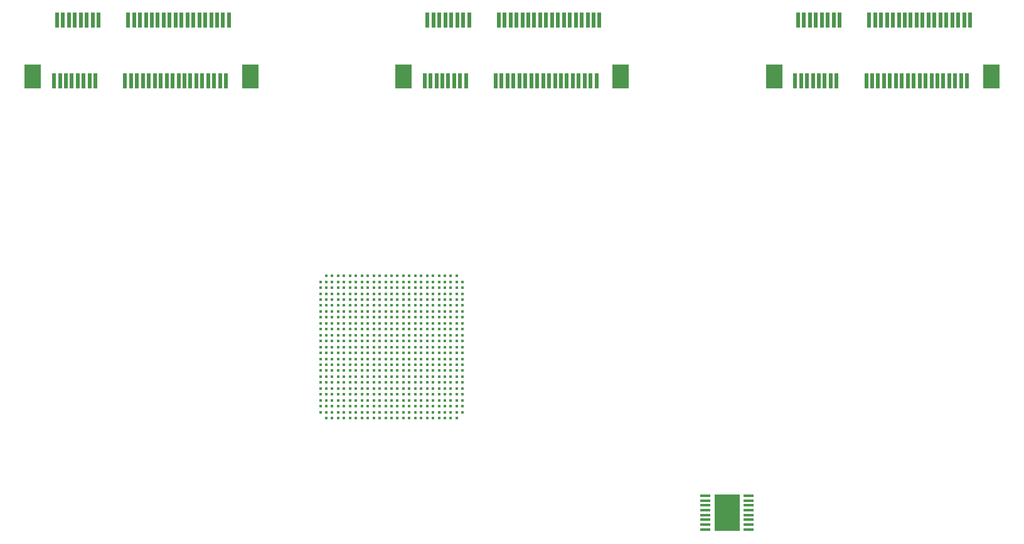
<source format=gbr>
%TF.GenerationSoftware,KiCad,Pcbnew,5.1.6-c6e7f7d~86~ubuntu18.04.1*%
%TF.CreationDate,2020-06-01T18:26:28-05:00*%
%TF.ProjectId,AP2100,41503231-3030-42e6-9b69-6361645f7063,rev?*%
%TF.SameCoordinates,Original*%
%TF.FileFunction,Paste,Top*%
%TF.FilePolarity,Positive*%
%FSLAX46Y46*%
G04 Gerber Fmt 4.6, Leading zero omitted, Abs format (unit mm)*
G04 Created by KiCad (PCBNEW 5.1.6-c6e7f7d~86~ubuntu18.04.1) date 2020-06-01 18:26:28*
%MOMM*%
%LPD*%
G01*
G04 APERTURE LIST*
%ADD10C,0.152400*%
%ADD11R,2.300000X3.200000*%
%ADD12R,0.600000X2.000000*%
%ADD13C,0.410000*%
%ADD14R,1.400000X0.449999*%
%ADD15R,3.400001X5.000000*%
G04 APERTURE END LIST*
D10*
%TO.C,U1*%
X102770000Y-124125800D02*
X102770000Y-120674200D01*
X102770000Y-120674200D02*
X102770945Y-120664601D01*
X102770945Y-120664601D02*
X102773744Y-120655371D01*
X102773744Y-120655371D02*
X102778290Y-120646867D01*
X102778290Y-120646867D02*
X102784409Y-120639409D01*
X102784409Y-120639409D02*
X102791867Y-120633290D01*
X102791867Y-120633290D02*
X102800371Y-120628744D01*
X102800371Y-120628744D02*
X102809601Y-120625945D01*
X102809601Y-120625945D02*
X102819200Y-120625000D01*
X102819200Y-120625000D02*
X105180800Y-120625000D01*
X105180800Y-120625000D02*
X105190399Y-120625945D01*
X105190399Y-120625945D02*
X105199629Y-120628744D01*
X105199629Y-120628744D02*
X105208133Y-120633290D01*
X105208133Y-120633290D02*
X105215591Y-120639409D01*
X105215591Y-120639409D02*
X105221710Y-120646867D01*
X105221710Y-120646867D02*
X105226256Y-120655371D01*
X105226256Y-120655371D02*
X105229055Y-120664601D01*
X105229055Y-120664601D02*
X105230000Y-120674200D01*
X105230000Y-120674200D02*
X105230000Y-124125800D01*
X105230000Y-124125800D02*
X105229055Y-124135399D01*
X105229055Y-124135399D02*
X105226256Y-124144629D01*
X105226256Y-124144629D02*
X105221710Y-124153133D01*
X105221710Y-124153133D02*
X105215591Y-124160591D01*
X105215591Y-124160591D02*
X105208133Y-124166710D01*
X105208133Y-124166710D02*
X105199629Y-124171256D01*
X105199629Y-124171256D02*
X105190399Y-124174055D01*
X105190399Y-124174055D02*
X105180800Y-124175000D01*
X105180800Y-124175000D02*
X102819200Y-124175000D01*
X102819200Y-124175000D02*
X102809601Y-124174055D01*
X102809601Y-124174055D02*
X102800371Y-124171256D01*
X102800371Y-124171256D02*
X102791867Y-124166710D01*
X102791867Y-124166710D02*
X102784409Y-124160591D01*
X102784409Y-124160591D02*
X102778290Y-124153133D01*
X102778290Y-124153133D02*
X102773744Y-124144629D01*
X102773744Y-124144629D02*
X102770945Y-124135399D01*
X102770945Y-124135399D02*
X102770000Y-124125800D01*
%TD*%
D11*
%TO.C,J3*%
X110350000Y-63500000D03*
X139650000Y-63500000D03*
D12*
X113200000Y-64100000D03*
X113600000Y-55900000D03*
X114000000Y-64100000D03*
X114400000Y-55900000D03*
X114800000Y-64100000D03*
X115200000Y-55900000D03*
X115600000Y-64100000D03*
X116000000Y-55900000D03*
X116400000Y-64100000D03*
X116800000Y-55900000D03*
X117200000Y-64100000D03*
X117600000Y-55900000D03*
X118000000Y-64100000D03*
X118400000Y-55900000D03*
X118800000Y-64100000D03*
X119200000Y-55900000D03*
X122800000Y-64100000D03*
X123200000Y-55900000D03*
X123600000Y-64100000D03*
X124000000Y-55900000D03*
X124400000Y-64100000D03*
X124800000Y-55900000D03*
X125200000Y-64100000D03*
X125600000Y-55900000D03*
X126000000Y-64100000D03*
X126400000Y-55900000D03*
X126800000Y-64100000D03*
X127200000Y-55900000D03*
X127600000Y-64100000D03*
X128000000Y-55900000D03*
X128400000Y-64100000D03*
X128800000Y-55900000D03*
X129200000Y-64100000D03*
X129600000Y-55900000D03*
X130000000Y-64100000D03*
X130400000Y-55900000D03*
X130800000Y-64100000D03*
X131200000Y-55900000D03*
X131600000Y-64100000D03*
X132000000Y-55900000D03*
X132400000Y-64100000D03*
X132800000Y-55900000D03*
X133200000Y-64100000D03*
X133600000Y-55900000D03*
X134000000Y-64100000D03*
X134400000Y-55900000D03*
X134800000Y-64100000D03*
X135200000Y-55900000D03*
X135600000Y-64100000D03*
X136000000Y-55900000D03*
X136400000Y-64100000D03*
X136800000Y-55900000D03*
%TD*%
D11*
%TO.C,J2*%
X60350000Y-63500000D03*
X89650000Y-63500000D03*
D12*
X63200000Y-64100000D03*
X63600000Y-55900000D03*
X64000000Y-64100000D03*
X64400000Y-55900000D03*
X64800000Y-64100000D03*
X65200000Y-55900000D03*
X65600000Y-64100000D03*
X66000000Y-55900000D03*
X66400000Y-64100000D03*
X66800000Y-55900000D03*
X67200000Y-64100000D03*
X67600000Y-55900000D03*
X68000000Y-64100000D03*
X68400000Y-55900000D03*
X68800000Y-64100000D03*
X69200000Y-55900000D03*
X72800000Y-64100000D03*
X73200000Y-55900000D03*
X73600000Y-64100000D03*
X74000000Y-55900000D03*
X74400000Y-64100000D03*
X74800000Y-55900000D03*
X75200000Y-64100000D03*
X75600000Y-55900000D03*
X76000000Y-64100000D03*
X76400000Y-55900000D03*
X76800000Y-64100000D03*
X77200000Y-55900000D03*
X77600000Y-64100000D03*
X78000000Y-55900000D03*
X78400000Y-64100000D03*
X78800000Y-55900000D03*
X79200000Y-64100000D03*
X79600000Y-55900000D03*
X80000000Y-64100000D03*
X80400000Y-55900000D03*
X80800000Y-64100000D03*
X81200000Y-55900000D03*
X81600000Y-64100000D03*
X82000000Y-55900000D03*
X82400000Y-64100000D03*
X82800000Y-55900000D03*
X83200000Y-64100000D03*
X83600000Y-55900000D03*
X84000000Y-64100000D03*
X84400000Y-55900000D03*
X84800000Y-64100000D03*
X85200000Y-55900000D03*
X85600000Y-64100000D03*
X86000000Y-55900000D03*
X86400000Y-64100000D03*
X86800000Y-55900000D03*
%TD*%
D11*
%TO.C,J1*%
X10350000Y-63500000D03*
X39650000Y-63500000D03*
D12*
X13200000Y-64100000D03*
X13600000Y-55900000D03*
X14000000Y-64100000D03*
X14400000Y-55900000D03*
X14800000Y-64100000D03*
X15200000Y-55900000D03*
X15600000Y-64100000D03*
X16000000Y-55900000D03*
X16400000Y-64100000D03*
X16800000Y-55900000D03*
X17200000Y-64100000D03*
X17600000Y-55900000D03*
X18000000Y-64100000D03*
X18400000Y-55900000D03*
X18800000Y-64100000D03*
X19200000Y-55900000D03*
X22800000Y-64100000D03*
X23200000Y-55900000D03*
X23600000Y-64100000D03*
X24000000Y-55900000D03*
X24400000Y-64100000D03*
X24800000Y-55900000D03*
X25200000Y-64100000D03*
X25600000Y-55900000D03*
X26000000Y-64100000D03*
X26400000Y-55900000D03*
X26800000Y-64100000D03*
X27200000Y-55900000D03*
X27600000Y-64100000D03*
X28000000Y-55900000D03*
X28400000Y-64100000D03*
X28800000Y-55900000D03*
X29200000Y-64100000D03*
X29600000Y-55900000D03*
X30000000Y-64100000D03*
X30400000Y-55900000D03*
X30800000Y-64100000D03*
X31200000Y-55900000D03*
X31600000Y-64100000D03*
X32000000Y-55900000D03*
X32400000Y-64100000D03*
X32800000Y-55900000D03*
X33200000Y-64100000D03*
X33600000Y-55900000D03*
X34000000Y-64100000D03*
X34400000Y-55900000D03*
X34800000Y-64100000D03*
X35200000Y-55900000D03*
X35600000Y-64100000D03*
X36000000Y-55900000D03*
X36400000Y-64100000D03*
X36800000Y-55900000D03*
%TD*%
D13*
%TO.C,U2*%
X67537686Y-109633837D03*
X66737686Y-109633837D03*
X65937686Y-109633837D03*
X65137686Y-109633837D03*
X64337686Y-109633837D03*
X63537686Y-109633837D03*
X62737686Y-109633837D03*
X61937686Y-109633837D03*
X61137686Y-109633837D03*
X60337686Y-109633837D03*
X59537686Y-109633837D03*
X58737686Y-109633837D03*
X57937686Y-109633837D03*
X57137686Y-109633837D03*
X56337686Y-109633837D03*
X55537686Y-109633837D03*
X54737686Y-109633837D03*
X53937686Y-109633837D03*
X53137686Y-109633837D03*
X52337686Y-109633837D03*
X51537686Y-109633837D03*
X50737686Y-109633837D03*
X49937686Y-109633837D03*
X68337686Y-108833837D03*
X67537686Y-108833837D03*
X66737686Y-108833837D03*
X65937686Y-108833837D03*
X65137686Y-108833837D03*
X64337686Y-108833837D03*
X63537686Y-108833837D03*
X62737686Y-108833837D03*
X61937686Y-108833837D03*
X61137686Y-108833837D03*
X60337686Y-108833837D03*
X59537686Y-108833837D03*
X58737686Y-108833837D03*
X57937686Y-108833837D03*
X57137686Y-108833837D03*
X56337686Y-108833837D03*
X55537686Y-108833837D03*
X54737686Y-108833837D03*
X53937686Y-108833837D03*
X53137686Y-108833837D03*
X52337686Y-108833837D03*
X51537686Y-108833837D03*
X50737686Y-108833837D03*
X49937686Y-108833837D03*
X49137686Y-108833837D03*
X68337686Y-108033837D03*
X67537686Y-108033837D03*
X66737686Y-108033837D03*
X65937686Y-108033837D03*
X65137686Y-108033837D03*
X64337686Y-108033837D03*
X63537686Y-108033837D03*
X62737686Y-108033837D03*
X61937686Y-108033837D03*
X61137686Y-108033837D03*
X60337686Y-108033837D03*
X59537686Y-108033837D03*
X58737686Y-108033837D03*
X57937686Y-108033837D03*
X57137686Y-108033837D03*
X56337686Y-108033837D03*
X55537686Y-108033837D03*
X54737686Y-108033837D03*
X53937686Y-108033837D03*
X53137686Y-108033837D03*
X52337686Y-108033837D03*
X51537686Y-108033837D03*
X50737686Y-108033837D03*
X49937686Y-108033837D03*
X49137686Y-108033837D03*
X68337686Y-107233837D03*
X67537686Y-107233837D03*
X66737686Y-107233837D03*
X65937686Y-107233837D03*
X65137686Y-107233837D03*
X64337686Y-107233837D03*
X63537686Y-107233837D03*
X62737686Y-107233837D03*
X61937686Y-107233837D03*
X61137686Y-107233837D03*
X60337686Y-107233837D03*
X59537686Y-107233837D03*
X58737686Y-107233837D03*
X57937686Y-107233837D03*
X57137686Y-107233837D03*
X56337686Y-107233837D03*
X55537686Y-107233837D03*
X54737686Y-107233837D03*
X53937686Y-107233837D03*
X53137686Y-107233837D03*
X52337686Y-107233837D03*
X51537686Y-107233837D03*
X50737686Y-107233837D03*
X49937686Y-107233837D03*
X49137686Y-107233837D03*
X68337686Y-106433837D03*
X67537686Y-106433837D03*
X66737686Y-106433837D03*
X65937686Y-106433837D03*
X65137686Y-106433837D03*
X64337686Y-106433837D03*
X63537686Y-106433837D03*
X62737686Y-106433837D03*
X61937686Y-106433837D03*
X61137686Y-106433837D03*
X60337686Y-106433837D03*
X59537686Y-106433837D03*
X58737686Y-106433837D03*
X57937686Y-106433837D03*
X57137686Y-106433837D03*
X56337686Y-106433837D03*
X55537686Y-106433837D03*
X54737686Y-106433837D03*
X53937686Y-106433837D03*
X53137686Y-106433837D03*
X52337686Y-106433837D03*
X51537686Y-106433837D03*
X50737686Y-106433837D03*
X49937686Y-106433837D03*
X49137686Y-106433837D03*
X68337686Y-105633837D03*
X67537686Y-105633837D03*
X66737686Y-105633837D03*
X65937686Y-105633837D03*
X65137686Y-105633837D03*
X64337686Y-105633837D03*
X63537686Y-105633837D03*
X62737686Y-105633837D03*
X61937686Y-105633837D03*
X61137686Y-105633837D03*
X60337686Y-105633837D03*
X59537686Y-105633837D03*
X58737686Y-105633837D03*
X57937686Y-105633837D03*
X57137686Y-105633837D03*
X56337686Y-105633837D03*
X55537686Y-105633837D03*
X54737686Y-105633837D03*
X53937686Y-105633837D03*
X53137686Y-105633837D03*
X52337686Y-105633837D03*
X51537686Y-105633837D03*
X50737686Y-105633837D03*
X49937686Y-105633837D03*
X49137686Y-105633837D03*
X68337686Y-104833837D03*
X67537686Y-104833837D03*
X66737686Y-104833837D03*
X65937686Y-104833837D03*
X65137686Y-104833837D03*
X64337686Y-104833837D03*
X63537686Y-104833837D03*
X62737686Y-104833837D03*
X61937686Y-104833837D03*
X61137686Y-104833837D03*
X60337686Y-104833837D03*
X59537686Y-104833837D03*
X58737686Y-104833837D03*
X57937686Y-104833837D03*
X57137686Y-104833837D03*
X56337686Y-104833837D03*
X55537686Y-104833837D03*
X54737686Y-104833837D03*
X53937686Y-104833837D03*
X53137686Y-104833837D03*
X52337686Y-104833837D03*
X51537686Y-104833837D03*
X50737686Y-104833837D03*
X49937686Y-104833837D03*
X49137686Y-104833837D03*
X68337686Y-104033837D03*
X67537686Y-104033837D03*
X66737686Y-104033837D03*
X65937686Y-104033837D03*
X65137686Y-104033837D03*
X64337686Y-104033837D03*
X63537686Y-104033837D03*
X62737686Y-104033837D03*
X61937686Y-104033837D03*
X61137686Y-104033837D03*
X60337686Y-104033837D03*
X59537686Y-104033837D03*
X58737686Y-104033837D03*
X57937686Y-104033837D03*
X57137686Y-104033837D03*
X56337686Y-104033837D03*
X55537686Y-104033837D03*
X54737686Y-104033837D03*
X53937686Y-104033837D03*
X53137686Y-104033837D03*
X52337686Y-104033837D03*
X51537686Y-104033837D03*
X50737686Y-104033837D03*
X49937686Y-104033837D03*
X49137686Y-104033837D03*
X68337686Y-103233837D03*
X67537686Y-103233837D03*
X66737686Y-103233837D03*
X65937686Y-103233837D03*
X65137686Y-103233837D03*
X64337686Y-103233837D03*
X63537686Y-103233837D03*
X62737686Y-103233837D03*
X61937686Y-103233837D03*
X61137686Y-103233837D03*
X60337686Y-103233837D03*
X59537686Y-103233837D03*
X58737686Y-103233837D03*
X57937686Y-103233837D03*
X57137686Y-103233837D03*
X56337686Y-103233837D03*
X55537686Y-103233837D03*
X54737686Y-103233837D03*
X53937686Y-103233837D03*
X53137686Y-103233837D03*
X52337686Y-103233837D03*
X51537686Y-103233837D03*
X50737686Y-103233837D03*
X49937686Y-103233837D03*
X49137686Y-103233837D03*
X68337686Y-102433837D03*
X67537686Y-102433837D03*
X66737686Y-102433837D03*
X65937686Y-102433837D03*
X65137686Y-102433837D03*
X64337686Y-102433837D03*
X63537686Y-102433837D03*
X62737686Y-102433837D03*
X61937686Y-102433837D03*
X61137686Y-102433837D03*
X60337686Y-102433837D03*
X59537686Y-102433837D03*
X58737686Y-102433837D03*
X57937686Y-102433837D03*
X57137686Y-102433837D03*
X56337686Y-102433837D03*
X55537686Y-102433837D03*
X54737686Y-102433837D03*
X53937686Y-102433837D03*
X53137686Y-102433837D03*
X52337686Y-102433837D03*
X51537686Y-102433837D03*
X50737686Y-102433837D03*
X49937686Y-102433837D03*
X49137686Y-102433837D03*
X68337686Y-101633837D03*
X67537686Y-101633837D03*
X66737686Y-101633837D03*
X65937686Y-101633837D03*
X65137686Y-101633837D03*
X64337686Y-101633837D03*
X63537686Y-101633837D03*
X62737686Y-101633837D03*
X61937686Y-101633837D03*
X61137686Y-101633837D03*
X60337686Y-101633837D03*
X59537686Y-101633837D03*
X58737686Y-101633837D03*
X57937686Y-101633837D03*
X57137686Y-101633837D03*
X56337686Y-101633837D03*
X55537686Y-101633837D03*
X54737686Y-101633837D03*
X53937686Y-101633837D03*
X53137686Y-101633837D03*
X52337686Y-101633837D03*
X51537686Y-101633837D03*
X50737686Y-101633837D03*
X49937686Y-101633837D03*
X49137686Y-101633837D03*
X68337686Y-100833837D03*
X67537686Y-100833837D03*
X66737686Y-100833837D03*
X65937686Y-100833837D03*
X65137686Y-100833837D03*
X64337686Y-100833837D03*
X63537686Y-100833837D03*
X62737686Y-100833837D03*
X61937686Y-100833837D03*
X61137686Y-100833837D03*
X60337686Y-100833837D03*
X59537686Y-100833837D03*
X58737686Y-100833837D03*
X57937686Y-100833837D03*
X57137686Y-100833837D03*
X56337686Y-100833837D03*
X55537686Y-100833837D03*
X54737686Y-100833837D03*
X53937686Y-100833837D03*
X53137686Y-100833837D03*
X52337686Y-100833837D03*
X51537686Y-100833837D03*
X50737686Y-100833837D03*
X49937686Y-100833837D03*
X49137686Y-100833837D03*
X68337686Y-100033837D03*
X67537686Y-100033837D03*
X66737686Y-100033837D03*
X65937686Y-100033837D03*
X65137686Y-100033837D03*
X64337686Y-100033837D03*
X63537686Y-100033837D03*
X62737686Y-100033837D03*
X61937686Y-100033837D03*
X61137686Y-100033837D03*
X60337686Y-100033837D03*
X59537686Y-100033837D03*
X58737686Y-100033837D03*
X57937686Y-100033837D03*
X57137686Y-100033837D03*
X56337686Y-100033837D03*
X55537686Y-100033837D03*
X54737686Y-100033837D03*
X53937686Y-100033837D03*
X53137686Y-100033837D03*
X52337686Y-100033837D03*
X51537686Y-100033837D03*
X50737686Y-100033837D03*
X49937686Y-100033837D03*
X49137686Y-100033837D03*
X68337686Y-99233837D03*
X67537686Y-99233837D03*
X66737686Y-99233837D03*
X65937686Y-99233837D03*
X65137686Y-99233837D03*
X64337686Y-99233837D03*
X63537686Y-99233837D03*
X62737686Y-99233837D03*
X61937686Y-99233837D03*
X61137686Y-99233837D03*
X60337686Y-99233837D03*
X59537686Y-99233837D03*
X58737686Y-99233837D03*
X57937686Y-99233837D03*
X57137686Y-99233837D03*
X56337686Y-99233837D03*
X55537686Y-99233837D03*
X54737686Y-99233837D03*
X53937686Y-99233837D03*
X53137686Y-99233837D03*
X52337686Y-99233837D03*
X51537686Y-99233837D03*
X50737686Y-99233837D03*
X49937686Y-99233837D03*
X49137686Y-99233837D03*
X68337686Y-98433837D03*
X67537686Y-98433837D03*
X66737686Y-98433837D03*
X65937686Y-98433837D03*
X65137686Y-98433837D03*
X64337686Y-98433837D03*
X63537686Y-98433837D03*
X62737686Y-98433837D03*
X61937686Y-98433837D03*
X61137686Y-98433837D03*
X60337686Y-98433837D03*
X59537686Y-98433837D03*
X58737686Y-98433837D03*
X57937686Y-98433837D03*
X57137686Y-98433837D03*
X56337686Y-98433837D03*
X55537686Y-98433837D03*
X54737686Y-98433837D03*
X53937686Y-98433837D03*
X53137686Y-98433837D03*
X52337686Y-98433837D03*
X51537686Y-98433837D03*
X50737686Y-98433837D03*
X49937686Y-98433837D03*
X49137686Y-98433837D03*
X68337686Y-97633837D03*
X67537686Y-97633837D03*
X66737686Y-97633837D03*
X65937686Y-97633837D03*
X65137686Y-97633837D03*
X64337686Y-97633837D03*
X63537686Y-97633837D03*
X62737686Y-97633837D03*
X61937686Y-97633837D03*
X61137686Y-97633837D03*
X60337686Y-97633837D03*
X59537686Y-97633837D03*
X58737686Y-97633837D03*
X57937686Y-97633837D03*
X57137686Y-97633837D03*
X56337686Y-97633837D03*
X55537686Y-97633837D03*
X54737686Y-97633837D03*
X53937686Y-97633837D03*
X53137686Y-97633837D03*
X52337686Y-97633837D03*
X51537686Y-97633837D03*
X50737686Y-97633837D03*
X49937686Y-97633837D03*
X49137686Y-97633837D03*
X68337686Y-96833837D03*
X67537686Y-96833837D03*
X66737686Y-96833837D03*
X65937686Y-96833837D03*
X65137686Y-96833837D03*
X64337686Y-96833837D03*
X63537686Y-96833837D03*
X62737686Y-96833837D03*
X61937686Y-96833837D03*
X61137686Y-96833837D03*
X60337686Y-96833837D03*
X59537686Y-96833837D03*
X58737686Y-96833837D03*
X57937686Y-96833837D03*
X57137686Y-96833837D03*
X56337686Y-96833837D03*
X55537686Y-96833837D03*
X54737686Y-96833837D03*
X53937686Y-96833837D03*
X53137686Y-96833837D03*
X52337686Y-96833837D03*
X51537686Y-96833837D03*
X50737686Y-96833837D03*
X49937686Y-96833837D03*
X49137686Y-96833837D03*
X68337686Y-96033837D03*
X67537686Y-96033837D03*
X66737686Y-96033837D03*
X65937686Y-96033837D03*
X65137686Y-96033837D03*
X64337686Y-96033837D03*
X63537686Y-96033837D03*
X62737686Y-96033837D03*
X61937686Y-96033837D03*
X61137686Y-96033837D03*
X60337686Y-96033837D03*
X59537686Y-96033837D03*
X58737686Y-96033837D03*
X57937686Y-96033837D03*
X57137686Y-96033837D03*
X56337686Y-96033837D03*
X55537686Y-96033837D03*
X54737686Y-96033837D03*
X53937686Y-96033837D03*
X53137686Y-96033837D03*
X52337686Y-96033837D03*
X51537686Y-96033837D03*
X50737686Y-96033837D03*
X49937686Y-96033837D03*
X49137686Y-96033837D03*
X68337686Y-95233837D03*
X67537686Y-95233837D03*
X66737686Y-95233837D03*
X65937686Y-95233837D03*
X65137686Y-95233837D03*
X64337686Y-95233837D03*
X63537686Y-95233837D03*
X62737686Y-95233837D03*
X61937686Y-95233837D03*
X61137686Y-95233837D03*
X60337686Y-95233837D03*
X59537686Y-95233837D03*
X58737686Y-95233837D03*
X57937686Y-95233837D03*
X57137686Y-95233837D03*
X56337686Y-95233837D03*
X55537686Y-95233837D03*
X54737686Y-95233837D03*
X53937686Y-95233837D03*
X53137686Y-95233837D03*
X52337686Y-95233837D03*
X51537686Y-95233837D03*
X50737686Y-95233837D03*
X49937686Y-95233837D03*
X49137686Y-95233837D03*
X68337686Y-94433837D03*
X67537686Y-94433837D03*
X66737686Y-94433837D03*
X65937686Y-94433837D03*
X65137686Y-94433837D03*
X64337686Y-94433837D03*
X63537686Y-94433837D03*
X62737686Y-94433837D03*
X61937686Y-94433837D03*
X61137686Y-94433837D03*
X60337686Y-94433837D03*
X59537686Y-94433837D03*
X58737686Y-94433837D03*
X57937686Y-94433837D03*
X57137686Y-94433837D03*
X56337686Y-94433837D03*
X55537686Y-94433837D03*
X54737686Y-94433837D03*
X53937686Y-94433837D03*
X53137686Y-94433837D03*
X52337686Y-94433837D03*
X51537686Y-94433837D03*
X50737686Y-94433837D03*
X49937686Y-94433837D03*
X49137686Y-94433837D03*
X68337686Y-93633837D03*
X67537686Y-93633837D03*
X66737686Y-93633837D03*
X65937686Y-93633837D03*
X65137686Y-93633837D03*
X64337686Y-93633837D03*
X63537686Y-93633837D03*
X62737686Y-93633837D03*
X61937686Y-93633837D03*
X61137686Y-93633837D03*
X60337686Y-93633837D03*
X59537686Y-93633837D03*
X58737686Y-93633837D03*
X57937686Y-93633837D03*
X57137686Y-93633837D03*
X56337686Y-93633837D03*
X55537686Y-93633837D03*
X54737686Y-93633837D03*
X53937686Y-93633837D03*
X53137686Y-93633837D03*
X52337686Y-93633837D03*
X51537686Y-93633837D03*
X50737686Y-93633837D03*
X49937686Y-93633837D03*
X49137686Y-93633837D03*
X68337686Y-92833837D03*
X67537686Y-92833837D03*
X66737686Y-92833837D03*
X65937686Y-92833837D03*
X65137686Y-92833837D03*
X64337686Y-92833837D03*
X63537686Y-92833837D03*
X62737686Y-92833837D03*
X61937686Y-92833837D03*
X61137686Y-92833837D03*
X60337686Y-92833837D03*
X59537686Y-92833837D03*
X58737686Y-92833837D03*
X57937686Y-92833837D03*
X57137686Y-92833837D03*
X56337686Y-92833837D03*
X55537686Y-92833837D03*
X54737686Y-92833837D03*
X53937686Y-92833837D03*
X53137686Y-92833837D03*
X52337686Y-92833837D03*
X51537686Y-92833837D03*
X50737686Y-92833837D03*
X49937686Y-92833837D03*
X49137686Y-92833837D03*
X68337686Y-92033837D03*
X67537686Y-92033837D03*
X66737686Y-92033837D03*
X65937686Y-92033837D03*
X65137686Y-92033837D03*
X64337686Y-92033837D03*
X63537686Y-92033837D03*
X62737686Y-92033837D03*
X61937686Y-92033837D03*
X61137686Y-92033837D03*
X60337686Y-92033837D03*
X59537686Y-92033837D03*
X58737686Y-92033837D03*
X57937686Y-92033837D03*
X57137686Y-92033837D03*
X56337686Y-92033837D03*
X55537686Y-92033837D03*
X54737686Y-92033837D03*
X53937686Y-92033837D03*
X53137686Y-92033837D03*
X52337686Y-92033837D03*
X51537686Y-92033837D03*
X50737686Y-92033837D03*
X49937686Y-92033837D03*
X49137686Y-92033837D03*
X68337686Y-91233837D03*
X67537686Y-91233837D03*
X66737686Y-91233837D03*
X65937686Y-91233837D03*
X65137686Y-91233837D03*
X64337686Y-91233837D03*
X63537686Y-91233837D03*
X62737686Y-91233837D03*
X61937686Y-91233837D03*
X61137686Y-91233837D03*
X60337686Y-91233837D03*
X59537686Y-91233837D03*
X58737686Y-91233837D03*
X57937686Y-91233837D03*
X57137686Y-91233837D03*
X56337686Y-91233837D03*
X55537686Y-91233837D03*
X54737686Y-91233837D03*
X53937686Y-91233837D03*
X53137686Y-91233837D03*
X52337686Y-91233837D03*
X51537686Y-91233837D03*
X50737686Y-91233837D03*
X49937686Y-91233837D03*
X49137686Y-91233837D03*
X67537686Y-90433837D03*
X66737686Y-90433837D03*
X65937686Y-90433837D03*
X65137686Y-90433837D03*
X64337686Y-90433837D03*
X63537686Y-90433837D03*
X62737686Y-90433837D03*
X61937686Y-90433837D03*
X61137686Y-90433837D03*
X60337686Y-90433837D03*
X59537686Y-90433837D03*
X58737686Y-90433837D03*
X57937686Y-90433837D03*
X57137686Y-90433837D03*
X56337686Y-90433837D03*
X55537686Y-90433837D03*
X54737686Y-90433837D03*
X53937686Y-90433837D03*
X53137686Y-90433837D03*
X52337686Y-90433837D03*
X51537686Y-90433837D03*
X50737686Y-90433837D03*
X49937686Y-90433837D03*
%TD*%
D14*
%TO.C,U1*%
X101050001Y-120125001D03*
X101050001Y-120775002D03*
X101050001Y-121425001D03*
X101050001Y-122075002D03*
X101050001Y-122725001D03*
X101050001Y-123375002D03*
X101050001Y-124025001D03*
X101050001Y-124675002D03*
X106950002Y-124675002D03*
X106950002Y-124025001D03*
X106950002Y-123375002D03*
X106950002Y-122725001D03*
X106950002Y-122075002D03*
X106950002Y-121425001D03*
X106950002Y-120775002D03*
X106950002Y-120125001D03*
D15*
X104000000Y-122400000D03*
%TD*%
M02*

</source>
